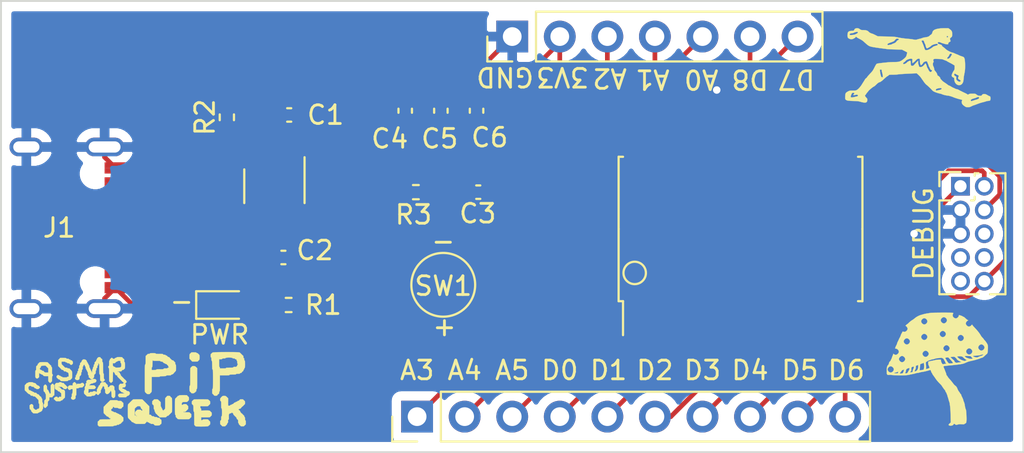
<source format=kicad_pcb>
(kicad_pcb (version 20171130) (host pcbnew 5.1.9+dfsg1-1)
  (layers (0 F.Cu signal) (31 B.Cu power hide) (34 B.Paste user hide) (35 F.Paste user hide) (36 B.SilkS user) (37 F.SilkS user) (38 B.Mask user hide) (39 F.Mask user) (44 Edge.Cuts user))
  (net 0 "")
  (net 1 GND)
  (net 2 VDD)
  (net 3 +3V3)
  (net 4 RST)
  (net 5 "Net-(D1-Pad2)")
  (net 6 D1)
  (net 7 D0)
  (net 8 A5)
  (net 9 A4)
  (net 10 A3)
  (net 11 A2)
  (net 12 A1)
  (net 13 A0)
  (net 14 D8)
  (net 15 D7)
  (net 16 D6)
  (net 17 D5)
  (net 18 D4)
  (net 19 D3)
  (net 20 D2)
  (net 21 "Net-(J4-Pad9)")
  (net 22 "Net-(J4-Pad8)")
  (net 23 "Net-(J4-Pad7)")
  (net 24 "Net-(J4-Pad6)")
  (net 25 SWCLK)
  (net 26 SWDIO)
  (net 27 "Net-(R2-Pad1)")
  (net 28 "Net-(U1-Pad4)")
  (net 29 "Net-(J1-PadB5)")
  (net 30 "Net-(J1-PadA8)")
  (net 31 "Net-(J1-PadB6)")
  (net 32 "Net-(J1-PadA7)")
  (net 33 "Net-(J1-PadA6)")
  (net 34 "Net-(J1-PadB7)")
  (net 35 "Net-(J1-PadA5)")
  (net 36 "Net-(J1-PadB8)")
  (module ASMR_footprints:USB_C_Receptacle_GCT_USB4105 (layer F.Cu) (at 77.4065 58.4835 270)
    (fp_text reference J1 (at 0 0) (layer F.SilkS))
    (fp_text value USB_C_Receptacle_PWR_Only)
    (pad B1 smd rect (at 3.35 -3 270) (size 0.3 1.15) (layers F.Cu F.Paste F.Mask) (net 1 GND))
    (pad B4 smd rect (at 2.55 -3 270) (size 0.3 1.15) (layers F.Cu F.Paste F.Mask) (net 2 VDD))
    (pad B12 smd rect (at -3.05 -3 270) (size 0.3 1.15) (layers F.Cu) (net 1 GND))
    (pad B9 smd rect (at -2.25 -3 270) (size 0.3 1.15) (layers F.Cu) (net 2 VDD))
    (pad "" np_thru_hole oval (at 2.89 -1.925 270) (size 0.65 0.65) (drill oval 0.65) (layers *.Cu *.Mask))
    (pad "" np_thru_hole oval (at -2.89 -1.925 270) (size 0.65 0.65) (drill oval 0.65) (layers *.Cu *.Mask))
    (pad S1 thru_hole oval (at 4.32 1.755 270) (size 1 1.8) (drill oval 0.6 1.4) (layers *.Cu *.Mask B.Paste) (net 1 GND))
    (pad S1 thru_hole oval (at -4.32 1.755 270) (size 1 1.8) (drill oval 0.6 1.4) (layers *.Cu *.Mask B.Paste) (net 1 GND))
    (pad S1 thru_hole oval (at -4.32 -2.425 270) (size 1 2.1) (drill oval 0.6 1.7) (layers *.Cu *.Mask F.Paste) (net 1 GND))
    (pad S1 thru_hole oval (at 4.32 -2.425 270) (size 1 2.1) (drill oval 0.6 1.7) (layers *.Cu *.Mask F.Paste) (net 1 GND))
    (pad B5 smd rect (at 1.75 -3 270) (size 0.3 1.15) (layers F.Cu F.Paste F.Mask) (net 29 "Net-(J1-PadB5)"))
    (pad A8 smd rect (at 1.25 -3 270) (size 0.3 1.15) (layers F.Cu F.Paste F.Mask) (net 30 "Net-(J1-PadA8)"))
    (pad B6 smd rect (at 0.75 -3 270) (size 0.3 1.15) (layers F.Cu F.Paste F.Mask) (net 31 "Net-(J1-PadB6)"))
    (pad A7 smd rect (at 0.25 -3 270) (size 0.3 1.15) (layers F.Cu F.Paste F.Mask) (net 32 "Net-(J1-PadA7)"))
    (pad A6 smd rect (at -0.25 -3 270) (size 0.3 1.15) (layers F.Cu F.Paste F.Mask) (net 33 "Net-(J1-PadA6)"))
    (pad B7 smd rect (at -0.75 -3 270) (size 0.3 1.15) (layers F.Cu F.Paste F.Mask) (net 34 "Net-(J1-PadB7)"))
    (pad A5 smd rect (at -1.25 -3 270) (size 0.3 1.15) (layers F.Cu F.Paste F.Mask) (net 35 "Net-(J1-PadA5)"))
    (pad B8 smd rect (at -1.75 -3 270) (size 0.3 1.15) (layers F.Cu F.Paste F.Mask) (net 36 "Net-(J1-PadB8)"))
    (pad A12 smd rect (at 3.05 -3 270) (size 0.3 1.15) (layers F.Cu F.Paste F.Mask) (net 1 GND))
    (pad A9 smd rect (at 2.25 -3 270) (size 0.3 1.15) (layers F.Cu F.Paste F.Mask) (net 2 VDD))
    (pad A4 smd rect (at -2.55 -3 270) (size 0.3 1.15) (layers F.Cu F.Paste F.Mask) (net 2 VDD))
    (pad A1 smd rect (at -3.35 -3 270) (size 0.3 1.15) (layers F.Cu F.Paste F.Mask) (net 1 GND))
  )
  (module ASMR_footprints:SilkScreen_Champion (layer F.Cu) (at 122.936 49.9745)
    (fp_text reference G*** hide)
    (fp_text value LOGO hide)
  )
  (module ASMR_footprints:SilkScreen_Mushroom (layer F.Cu) (at 124.5235 65.913)
    (fp_text reference G*** hide)
    (fp_text value LOGO hide)
  )
  (module ASMR_footprints:Logo_samd10_pipsqueek (layer F.Cu) (at 81.4705 67.1195)
    (fp_text reference G*** hide)
    (fp_text value LOGO hide)
  )
  (module Connector_PinHeader_1.27mm:PinHeader_2x05_P1.27mm_Vertical (layer F.Cu) (at 125.5395 56.261)
    (fp_text reference J4 hide)
    (fp_text value Conn_ARM_JTAG_SWD_10)
    (pad 10 thru_hole oval (at 1.27 5.08) (size 1 1) (drill 0.65) (layers *.Cu *.Mask) (net 4 RST))
    (pad 9 thru_hole oval (at 0 5.08) (size 1 1) (drill 0.65) (layers *.Cu *.Mask) (net 21 "Net-(J4-Pad9)"))
    (pad 8 thru_hole oval (at 1.27 3.81) (size 1 1) (drill 0.65) (layers *.Cu *.Mask) (net 22 "Net-(J4-Pad8)"))
    (pad 7 thru_hole oval (at 0 3.81) (size 1 1) (drill 0.65) (layers *.Cu *.Mask) (net 23 "Net-(J4-Pad7)"))
    (pad 6 thru_hole oval (at 1.27 2.54) (size 1 1) (drill 0.65) (layers *.Cu *.Mask) (net 24 "Net-(J4-Pad6)"))
    (pad 5 thru_hole oval (at 0 2.54) (size 1 1) (drill 0.65) (layers *.Cu *.Mask) (net 1 GND))
    (pad 4 thru_hole oval (at 1.27 1.27) (size 1 1) (drill 0.65) (layers *.Cu *.Mask) (net 25 SWCLK))
    (pad 3 thru_hole oval (at 0 1.27) (size 1 1) (drill 0.65) (layers *.Cu *.Mask) (net 1 GND))
    (pad 2 thru_hole oval (at 1.27 0) (size 1 1) (drill 0.65) (layers *.Cu *.Mask) (net 26 SWDIO))
    (pad 1 thru_hole rect (at 0 0) (size 1 1) (drill 0.65) (layers *.Cu *.Mask) (net 3 +3V3))
  )
  (module Connector_PinHeader_2.54mm:PinHeader_1x07_P2.54mm_Vertical (layer F.Cu) (at 101.6 48.26 90)
    (fp_text reference J3 hide)
    (fp_text value Conn_01x07_Male)
    (pad 7 thru_hole oval (at 0 15.24 90) (size 1.7 1.7) (drill 1) (layers *.Cu *.Mask) (net 15 D7))
    (pad 6 thru_hole oval (at 0 12.7 90) (size 1.7 1.7) (drill 1) (layers *.Cu *.Mask) (net 14 D8))
    (pad 5 thru_hole oval (at 0 10.16 90) (size 1.7 1.7) (drill 1) (layers *.Cu *.Mask) (net 13 A0))
    (pad 4 thru_hole oval (at 0 7.62 90) (size 1.7 1.7) (drill 1) (layers *.Cu *.Mask) (net 12 A1))
    (pad 3 thru_hole oval (at 0 5.08 90) (size 1.7 1.7) (drill 1) (layers *.Cu *.Mask) (net 11 A2))
    (pad 2 thru_hole oval (at 0 2.54 90) (size 1.7 1.7) (drill 1) (layers *.Cu *.Mask) (net 3 +3V3))
    (pad 1 thru_hole rect (at 0 0 90) (size 1.7 1.7) (drill 1) (layers *.Cu *.Mask) (net 1 GND))
  )
  (module Connector_PinHeader_2.54mm:PinHeader_1x10_P2.54mm_Vertical (layer F.Cu) (at 96.52 68.58 90)
    (fp_text reference J2 hide)
    (fp_text value Conn_01x10_Male)
    (pad 10 thru_hole oval (at 0 22.86 90) (size 1.7 1.7) (drill 1) (layers *.Cu *.Mask) (net 16 D6))
    (pad 9 thru_hole oval (at 0 20.32 90) (size 1.7 1.7) (drill 1) (layers *.Cu *.Mask) (net 17 D5))
    (pad 8 thru_hole oval (at 0 17.78 90) (size 1.7 1.7) (drill 1) (layers *.Cu *.Mask) (net 18 D4))
    (pad 7 thru_hole oval (at 0 15.24 90) (size 1.7 1.7) (drill 1) (layers *.Cu *.Mask) (net 19 D3))
    (pad 6 thru_hole oval (at 0 12.7 90) (size 1.7 1.7) (drill 1) (layers *.Cu *.Mask) (net 20 D2))
    (pad 5 thru_hole oval (at 0 10.16 90) (size 1.7 1.7) (drill 1) (layers *.Cu *.Mask) (net 6 D1))
    (pad 4 thru_hole oval (at 0 7.62 90) (size 1.7 1.7) (drill 1) (layers *.Cu *.Mask) (net 7 D0))
    (pad 3 thru_hole oval (at 0 5.08 90) (size 1.7 1.7) (drill 1) (layers *.Cu *.Mask) (net 8 A5))
    (pad 2 thru_hole oval (at 0 2.54 90) (size 1.7 1.7) (drill 1) (layers *.Cu *.Mask) (net 9 A4))
    (pad 1 thru_hole rect (at 0 0 90) (size 1.7 1.7) (drill 1) (layers *.Cu *.Mask) (net 10 A3))
  )
  (module Package_TO_SOT_SMD:SOT-23-5 (layer F.Cu) (at 88.9 56.261 270)
    (fp_text reference U1 hide)
    (fp_text value NJM2866F)
    (pad 5 smd rect (at 1.1 -0.95 270) (size 1.06 0.65) (layers F.Cu F.Paste F.Mask) (net 3 +3V3))
    (pad 4 smd rect (at 1.1 0.95 270) (size 1.06 0.65) (layers F.Cu F.Paste F.Mask) (net 28 "Net-(U1-Pad4)"))
    (pad 3 smd rect (at -1.1 0.95 270) (size 1.06 0.65) (layers F.Cu F.Paste F.Mask) (net 27 "Net-(R2-Pad1)"))
    (pad 2 smd rect (at -1.1 0 270) (size 1.06 0.65) (layers F.Cu F.Paste F.Mask) (net 1 GND))
    (pad 1 smd rect (at -1.1 -0.95 270) (size 1.06 0.65) (layers F.Cu F.Paste F.Mask) (net 2 VDD))
  )
  (module Package_SO:SOIC-20W_7.5x12.8mm_P1.27mm (layer F.Cu) (at 113.792 58.547 90)
    (fp_text reference U2 hide)
    (fp_text value ATSAMD10D13A-SS)
    (pad 20 smd roundrect (at 4.65 -5.715 90) (size 2.05 0.6) (layers F.Cu F.Paste F.Mask) (net 11 A2))
    (pad 19 smd roundrect (at 4.65 -4.445 90) (size 2.05 0.6) (layers F.Cu F.Paste F.Mask) (net 12 A1))
    (pad 18 smd roundrect (at 4.65 -3.175 90) (size 2.05 0.6) (layers F.Cu F.Paste F.Mask) (net 13 A0))
    (pad 17 smd roundrect (at 4.65 -1.905 90) (size 2.05 0.6) (layers F.Cu F.Paste F.Mask) (net 3 +3V3))
    (pad 16 smd roundrect (at 4.65 -0.635 90) (size 2.05 0.6) (layers F.Cu F.Paste F.Mask) (net 1 GND))
    (pad 15 smd roundrect (at 4.65 0.635 90) (size 2.05 0.6) (layers F.Cu F.Paste F.Mask) (net 14 D8))
    (pad 14 smd roundrect (at 4.65 1.905 90) (size 2.05 0.6) (layers F.Cu F.Paste F.Mask) (net 15 D7))
    (pad 13 smd roundrect (at 4.65 3.175 90) (size 2.05 0.6) (layers F.Cu F.Paste F.Mask) (net 26 SWDIO))
    (pad 12 smd roundrect (at 4.65 4.445 90) (size 2.05 0.6) (layers F.Cu F.Paste F.Mask) (net 25 SWCLK))
    (pad 11 smd roundrect (at 4.65 5.715 90) (size 2.05 0.6) (layers F.Cu F.Paste F.Mask) (net 4 RST))
    (pad 10 smd roundrect (at -4.65 5.715 90) (size 2.05 0.6) (layers F.Cu F.Paste F.Mask) (net 16 D6))
    (pad 9 smd roundrect (at -4.65 4.445 90) (size 2.05 0.6) (layers F.Cu F.Paste F.Mask) (net 17 D5))
    (pad 8 smd roundrect (at -4.65 3.175 90) (size 2.05 0.6) (layers F.Cu F.Paste F.Mask) (net 18 D4))
    (pad 7 smd roundrect (at -4.65 1.905 90) (size 2.05 0.6) (layers F.Cu F.Paste F.Mask) (net 19 D3))
    (pad 6 smd roundrect (at -4.65 0.635 90) (size 2.05 0.6) (layers F.Cu F.Paste F.Mask) (net 20 D2))
    (pad 5 smd roundrect (at -4.65 -0.635 90) (size 2.05 0.6) (layers F.Cu F.Paste F.Mask) (net 6 D1))
    (pad 4 smd roundrect (at -4.65 -1.905 90) (size 2.05 0.6) (layers F.Cu F.Paste F.Mask) (net 7 D0))
    (pad 3 smd roundrect (at -4.65 -3.175 90) (size 2.05 0.6) (layers F.Cu F.Paste F.Mask) (net 8 A5))
    (pad 2 smd roundrect (at -4.65 -4.445 90) (size 2.05 0.6) (layers F.Cu F.Paste F.Mask) (net 9 A4))
    (pad 1 smd roundrect (at -4.65 -5.715 90) (size 2.05 0.6) (layers F.Cu F.Paste F.Mask) (net 10 A3))
  )
  (module ASMR_footprints:SW_Push_TL3305 (layer F.Cu) (at 97.917 61.7855 180)
    (fp_text reference SW1 (at 0 0.1905) (layer F.SilkS))
    (fp_text value SW_SPST)
    (pad 2 smd rect (at 3.56 1.74 180) (size 1.6 1.4) (layers F.Cu F.Paste F.Mask) (net 1 GND))
    (pad 2 smd rect (at -3.64 1.74 180) (size 1.6 1.4) (layers F.Cu F.Paste F.Mask) (net 1 GND))
    (pad 1 smd rect (at 3.56 -1.26 180) (size 1.6 1.4) (layers F.Cu F.Paste F.Mask) (net 4 RST))
    (pad 1 smd rect (at -3.64 -1.26 180) (size 1.6 1.4) (layers F.Cu F.Paste F.Mask) (net 4 RST))
  )
  (module Resistor_SMD:R_0402_1005Metric (layer F.Cu) (at 96.4545 56.5785)
    (fp_text reference R3 (at -0.125 1.2065) (layer F.SilkS))
    (fp_text value 4.7K)
    (pad 2 smd roundrect (at 0.51 0) (size 0.54 0.64) (layers F.Cu F.Paste F.Mask) (net 4 RST))
    (pad 1 smd roundrect (at -0.51 0) (size 0.54 0.64) (layers F.Cu F.Paste F.Mask) (net 3 +3V3))
  )
  (module Resistor_SMD:R_0402_1005Metric (layer F.Cu) (at 86.36 52.576 90)
    (fp_text reference R2 (at 0 -1.17 90) (layer F.SilkS))
    (fp_text value 10K)
    (pad 2 smd roundrect (at 0.51 0 90) (size 0.54 0.64) (layers F.Cu F.Paste F.Mask) (net 2 VDD))
    (pad 1 smd roundrect (at -0.51 0 90) (size 0.54 0.64) (layers F.Cu F.Paste F.Mask) (net 27 "Net-(R2-Pad1)"))
  )
  (module Resistor_SMD:R_0402_1005Metric (layer F.Cu) (at 89.66 62.611 180)
    (fp_text reference R1 (at -1.8435 0) (layer F.SilkS))
    (fp_text value 100)
    (pad 2 smd roundrect (at 0.51 0 180) (size 0.54 0.64) (layers F.Cu F.Paste F.Mask) (net 5 "Net-(D1-Pad2)"))
    (pad 1 smd roundrect (at -0.51 0 180) (size 0.54 0.64) (layers F.Cu F.Paste F.Mask) (net 3 +3V3))
  )
  (module LED_SMD:LED_0603_1608Metric (layer F.Cu) (at 86.2075 62.611)
    (fp_text reference D1 hide)
    (fp_text value LED)
    (pad 2 smd roundrect (at 0.7875 0) (size 0.875 0.95) (layers F.Cu F.Paste F.Mask) (net 5 "Net-(D1-Pad2)"))
    (pad 1 smd roundrect (at -0.7875 0) (size 0.875 0.95) (layers F.Cu F.Paste F.Mask) (net 1 GND))
  )
  (module Capacitor_SMD:C_0402_1005Metric (layer F.Cu) (at 99.695 52.225 90)
    (fp_text reference C6 (at -1.4325 0.6985 180) (layer F.SilkS))
    (fp_text value 0.1uF)
    (pad 2 smd roundrect (at 0.48 0 90) (size 0.56 0.62) (layers F.Cu F.Paste F.Mask) (net 1 GND))
    (pad 1 smd roundrect (at -0.48 0 90) (size 0.56 0.62) (layers F.Cu F.Paste F.Mask) (net 3 +3V3))
  )
  (module Capacitor_SMD:C_0402_1005Metric (layer F.Cu) (at 97.79 52.225 90)
    (fp_text reference C5 (at -1.496 -0.0635 180) (layer F.SilkS))
    (fp_text value 0.1uF)
    (pad 2 smd roundrect (at 0.48 0 90) (size 0.56 0.62) (layers F.Cu F.Paste F.Mask) (net 1 GND))
    (pad 1 smd roundrect (at -0.48 0 90) (size 0.56 0.62) (layers F.Cu F.Paste F.Mask) (net 3 +3V3))
  )
  (module Capacitor_SMD:C_0402_1005Metric (layer F.Cu) (at 95.885 52.225 90)
    (fp_text reference C4 (at -1.496 -0.8255 180) (layer F.SilkS))
    (fp_text value 1uF)
    (pad 2 smd roundrect (at 0.48 0 90) (size 0.56 0.62) (layers F.Cu F.Paste F.Mask) (net 1 GND))
    (pad 1 smd roundrect (at -0.48 0 90) (size 0.56 0.62) (layers F.Cu F.Paste F.Mask) (net 3 +3V3))
  )
  (module Capacitor_SMD:C_0402_1005Metric (layer F.Cu) (at 99.7865 56.5785)
    (fp_text reference C3 (at -0.028 1.143) (layer F.SilkS))
    (fp_text value 0.1uF)
    (pad 2 smd roundrect (at 0.48 0) (size 0.56 0.62) (layers F.Cu F.Paste F.Mask) (net 1 GND))
    (pad 1 smd roundrect (at -0.48 0) (size 0.56 0.62) (layers F.Cu F.Paste F.Mask) (net 4 RST))
  )
  (module Capacitor_SMD:C_0402_1005Metric (layer F.Cu) (at 89.38 60.071 180)
    (fp_text reference C2 (at -1.679 0.381) (layer F.SilkS))
    (fp_text value 1.0uF)
    (pad 2 smd roundrect (at 0.48 0 180) (size 0.56 0.62) (layers F.Cu F.Paste F.Mask) (net 1 GND))
    (pad 1 smd roundrect (at -0.48 0 180) (size 0.56 0.62) (layers F.Cu F.Paste F.Mask) (net 3 +3V3))
  )
  (module Capacitor_SMD:C_0402_1005Metric (layer F.Cu) (at 89.69 52.451 180)
    (fp_text reference C1 (at -1.9405 0) (layer F.SilkS))
    (fp_text value 0.1uF)
    (pad 2 smd roundrect (at 0.48 0 180) (size 0.56 0.62) (layers F.Cu F.Paste F.Mask) (net 1 GND))
    (pad 1 smd roundrect (at -0.48 0 180) (size 0.56 0.62) (layers F.Cu F.Paste F.Mask) (net 2 VDD))
  )
  (gr_text DEBUG (at 123.571 58.801 90) (layer F.SilkS) (effects (font (size 1 1))))
  (gr_text D7 (at 116.7765 50.546 180) (layer F.SilkS) (effects (font (size 1 1))))
  (gr_text D8 (at 114.3 50.546 180) (layer F.SilkS) (effects (font (size 1 1))))
  (gr_text A0 (at 111.6965 50.546 180) (layer F.SilkS) (effects (font (size 1 1))))
  (gr_text A1 (at 109.093 50.546 180) (layer F.SilkS) (effects (font (size 1 1))))
  (gr_text A2 (at 106.807 50.4825 180) (layer F.SilkS) (effects (font (size 1 1))))
  (gr_text 3V3 (at 104.267 50.419 180) (layer F.SilkS) (effects (font (size 1 1))))
  (gr_text GND (at 101.219 50.419 180) (layer F.SilkS) (effects (font (size 1 1))))
  (gr_text D6 (at 119.4435 66.1035) (layer F.SilkS) (effects (font (size 1 1))))
  (gr_text D5 (at 116.967 66.1035) (layer F.SilkS) (effects (font (size 1 1))))
  (gr_text D4 (at 114.3 66.1035) (layer F.SilkS) (effects (font (size 1 1))))
  (gr_text D3 (at 111.76 66.1035) (layer F.SilkS) (effects (font (size 1 1))))
  (gr_text D2 (at 109.22 66.1035) (layer F.SilkS) (effects (font (size 1 1))))
  (gr_text D1 (at 106.7435 66.1035) (layer F.SilkS) (effects (font (size 1 1))))
  (gr_text D0 (at 104.14 66.1035) (layer F.SilkS) (effects (font (size 1 1))))
  (gr_text A5 (at 101.6 66.1035) (layer F.SilkS) (effects (font (size 1 1))))
  (gr_text A4 (at 99.06 66.1035) (layer F.SilkS) (effects (font (size 1 1))))
  (gr_text A3 (at 96.52 66.1035) (layer F.SilkS) (effects (font (size 1 1))))
  (gr_circle (center 108.1405 60.8965) (end 108.6485 60.579) (layer F.SilkS) (width 0.12))
  (gr_text PWR (at 85.979 64.1985) (layer F.SilkS) (effects (font (size 1 1))))
  (gr_text - (at 83.947 62.5475 180) (layer F.SilkS) (effects (font (size 1 1))))
  (gr_text - (at 97.917 59.182) (layer F.SilkS) (effects (font (size 1 1))))
  (gr_text + (at 97.9805 63.754) (layer F.SilkS) (effects (font (size 1 1))))
  (gr_circle (center 97.917 61.5315) (end 99.441 60.7695) (layer F.SilkS) (width 0.12))
  (gr_line (start 128.905 46.355) (end 128.905 70.485) (layer Edge.Cuts) (width 0.1))
  (gr_line (start 74.295 46.355) (end 128.905 46.355) (layer Edge.Cuts) (width 0.1))
  (gr_line (start 74.295 70.485) (end 74.295 46.355) (layer Edge.Cuts) (width 0.1))
  (gr_line (start 128.905 70.485) (end 74.295 70.485) (layer Edge.Cuts) (width 0.1))
  (segment (start 75.6515 54.1635) (end 79.8315 54.1635) (width 0.25) (layer F.Cu) (net 1))
  (segment (start 79.8315 54.7085) (end 80.4065 55.2835) (width 0.25) (layer F.Cu) (net 1))
  (segment (start 79.8315 54.1635) (end 79.8315 54.7085) (width 0.25) (layer F.Cu) (net 1))
  (segment (start 75.6515 62.8035) (end 79.8315 62.8035) (width 0.25) (layer F.Cu) (net 1))
  (segment (start 79.8315 62.2585) (end 80.4065 61.6835) (width 0.25) (layer F.Cu) (net 1))
  (segment (start 79.8315 62.8035) (end 79.8315 62.2585) (width 0.25) (layer F.Cu) (net 1))
  (segment (start 87.96 60.071) (end 88.9 60.071) (width 0.25) (layer F.Cu) (net 1))
  (segment (start 85.42 62.611) (end 87.96 60.071) (width 0.25) (layer F.Cu) (net 1))
  (segment (start 88.9 60.071) (end 88.9 55.161) (width 0.25) (layer F.Cu) (net 1))
  (segment (start 88.9 52.761) (end 89.21 52.451) (width 0.25) (layer F.Cu) (net 1))
  (segment (start 88.9 55.161) (end 88.9 52.761) (width 0.25) (layer F.Cu) (net 1))
  (segment (start 75.6515 62.8035) (end 75.6515 54.1635) (width 0.25) (layer F.Cu) (net 1))
  (segment (start 88.975001 56.016001) (end 91.606373 56.016001) (width 0.25) (layer F.Cu) (net 1))
  (segment (start 88.9 55.941) (end 88.975001 56.016001) (width 0.25) (layer F.Cu) (net 1))
  (segment (start 88.9 55.161) (end 88.9 55.941) (width 0.25) (layer F.Cu) (net 1))
  (segment (start 95.885 51.745) (end 97.79 51.745) (width 0.25) (layer F.Cu) (net 1))
  (segment (start 97.79 51.745) (end 99.695 51.745) (width 0.25) (layer F.Cu) (net 1))
  (segment (start 99.695 50.165) (end 101.6 48.26) (width 0.25) (layer F.Cu) (net 1))
  (segment (start 99.695 51.745) (end 99.695 50.165) (width 0.25) (layer F.Cu) (net 1))
  (segment (start 100.2665 56.5785) (end 100.2665 58.755) (width 0.25) (layer F.Cu) (net 1))
  (segment (start 100.2665 58.755) (end 101.557 60.0455) (width 0.25) (layer F.Cu) (net 1))
  (segment (start 125.5395 57.531) (end 125.5395 58.801) (width 0.25) (layer F.Cu) (net 1))
  (via (at 123.063 58.801) (size 0.8) (drill 0.4) (layers F.Cu B.Cu) (net 1))
  (segment (start 125.5395 58.801) (end 123.063 58.801) (width 0.25) (layer F.Cu) (net 1))
  (via (at 112.522 51.1175) (size 0.8) (drill 0.4) (layers F.Cu B.Cu) (net 1))
  (segment (start 113.157 51.7525) (end 112.522 51.1175) (width 0.25) (layer F.Cu) (net 1))
  (segment (start 113.157 53.897) (end 113.157 51.7525) (width 0.25) (layer F.Cu) (net 1))
  (segment (start 101.557 60.0455) (end 94.357 60.0455) (width 0.25) (layer F.Cu) (net 1))
  (segment (start 90.99149 63.41101) (end 94.357 60.0455) (width 0.25) (layer F.Cu) (net 1))
  (segment (start 80.4065 61.6835) (end 82.13401 63.41101) (width 0.25) (layer F.Cu) (net 1))
  (segment (start 85.42 63.39802) (end 85.43299 63.41101) (width 0.25) (layer F.Cu) (net 1))
  (segment (start 85.42 62.611) (end 85.42 63.39802) (width 0.25) (layer F.Cu) (net 1))
  (segment (start 85.43299 63.41101) (end 90.99149 63.41101) (width 0.25) (layer F.Cu) (net 1))
  (segment (start 82.13401 63.41101) (end 85.43299 63.41101) (width 0.25) (layer F.Cu) (net 1))
  (segment (start 84.4925 61.6835) (end 85.42 62.611) (width 0.25) (layer F.Cu) (net 1))
  (segment (start 80.4065 61.6835) (end 84.4925 61.6835) (width 0.25) (layer F.Cu) (net 1))
  (segment (start 95.877374 51.745) (end 95.885 51.745) (width 0.25) (layer F.Cu) (net 1))
  (segment (start 91.606373 56.016001) (end 95.877374 51.745) (width 0.25) (layer F.Cu) (net 1))
  (segment (start 86.36 52.105) (end 86.36 52.066) (width 0.25) (layer F.Cu) (net 2))
  (segment (start 90.17 52.141) (end 90.17 52.451) (width 0.25) (layer F.Cu) (net 2))
  (segment (start 89.84499 51.81599) (end 90.17 52.141) (width 0.25) (layer F.Cu) (net 2))
  (segment (start 88.877384 51.81599) (end 89.84499 51.81599) (width 0.25) (layer F.Cu) (net 2))
  (segment (start 88.627374 52.066) (end 88.877384 51.81599) (width 0.25) (layer F.Cu) (net 2))
  (segment (start 86.36 52.066) (end 88.627374 52.066) (width 0.25) (layer F.Cu) (net 2))
  (segment (start 89.85 52.771) (end 90.17 52.451) (width 0.25) (layer F.Cu) (net 2))
  (segment (start 89.85 55.161) (end 89.85 52.771) (width 0.25) (layer F.Cu) (net 2))
  (segment (start 80.4065 61.0335) (end 80.4065 60.7335) (width 0.25) (layer F.Cu) (net 2))
  (segment (start 80.4065 56.2335) (end 80.4065 55.9335) (width 0.25) (layer F.Cu) (net 2))
  (segment (start 80.4065 60.7335) (end 81.951 60.7335) (width 0.25) (layer F.Cu) (net 2))
  (segment (start 81.951 60.7335) (end 82.804 59.8805) (width 0.25) (layer F.Cu) (net 2))
  (segment (start 82.804 59.8805) (end 82.804 57.15) (width 0.25) (layer F.Cu) (net 2))
  (segment (start 81.8875 56.2335) (end 80.4065 56.2335) (width 0.25) (layer F.Cu) (net 2))
  (segment (start 82.804 57.15) (end 81.8875 56.2335) (width 0.25) (layer F.Cu) (net 2))
  (segment (start 82.1925 56.2335) (end 86.36 52.066) (width 0.25) (layer F.Cu) (net 2))
  (segment (start 81.8875 56.2335) (end 82.1925 56.2335) (width 0.25) (layer F.Cu) (net 2))
  (segment (start 90.17 60.381) (end 89.86 60.071) (width 0.25) (layer F.Cu) (net 3))
  (segment (start 90.17 62.611) (end 90.17 60.381) (width 0.25) (layer F.Cu) (net 3))
  (segment (start 89.86 57.371) (end 89.85 57.361) (width 0.25) (layer F.Cu) (net 3))
  (segment (start 89.86 60.071) (end 89.86 57.371) (width 0.25) (layer F.Cu) (net 3))
  (segment (start 95.885 52.705) (end 97.79 52.705) (width 0.25) (layer F.Cu) (net 3))
  (segment (start 97.79 52.705) (end 99.695 52.705) (width 0.25) (layer F.Cu) (net 3))
  (segment (start 111.887 54.323768) (end 111.887 53.897) (width 0.25) (layer F.Cu) (net 3))
  (segment (start 110.963758 55.24701) (end 111.887 54.323768) (width 0.25) (layer F.Cu) (net 3))
  (segment (start 107.730242 55.24701) (end 110.963758 55.24701) (width 0.25) (layer F.Cu) (net 3))
  (segment (start 104.14 51.656768) (end 107.730242 55.24701) (width 0.25) (layer F.Cu) (net 3))
  (segment (start 104.14 48.26) (end 104.14 51.656768) (width 0.25) (layer F.Cu) (net 3))
  (segment (start 95.9445 52.7645) (end 95.885 52.705) (width 0.25) (layer F.Cu) (net 3))
  (segment (start 95.9445 56.5785) (end 95.9445 52.7645) (width 0.25) (layer F.Cu) (net 3))
  (segment (start 89.85 57.361) (end 95.162 57.361) (width 0.25) (layer F.Cu) (net 3))
  (segment (start 95.162 57.361) (end 95.9445 56.5785) (width 0.25) (layer F.Cu) (net 3))
  (segment (start 104.14 48.57) (end 104.14 48.26) (width 0.25) (layer F.Cu) (net 3))
  (segment (start 100.005 52.705) (end 104.14 48.57) (width 0.25) (layer F.Cu) (net 3))
  (segment (start 99.695 52.705) (end 100.005 52.705) (width 0.25) (layer F.Cu) (net 3))
  (segment (start 124.64499 57.15551) (end 125.5395 56.261) (width 0.25) (layer F.Cu) (net 3))
  (segment (start 114.12051 57.15551) (end 124.64499 57.15551) (width 0.25) (layer F.Cu) (net 3))
  (segment (start 111.887 54.922) (end 114.12051 57.15551) (width 0.25) (layer F.Cu) (net 3))
  (segment (start 111.887 53.897) (end 111.887 54.922) (width 0.25) (layer F.Cu) (net 3))
  (segment (start 96.9645 56.5785) (end 99.3065 56.5785) (width 0.25) (layer F.Cu) (net 4))
  (segment (start 94.357 63.0455) (end 101.557 63.0455) (width 0.25) (layer F.Cu) (net 4))
  (segment (start 126.425426 53.897) (end 119.507 53.897) (width 0.25) (layer F.Cu) (net 4))
  (segment (start 128.08451 55.556084) (end 126.425426 53.897) (width 0.25) (layer F.Cu) (net 4))
  (segment (start 128.084511 60.065989) (end 128.08451 55.556084) (width 0.25) (layer F.Cu) (net 4))
  (segment (start 126.8095 61.341) (end 128.084511 60.065989) (width 0.25) (layer F.Cu) (net 4))
  (segment (start 125.984499 62.166001) (end 121.665501 62.166001) (width 0.25) (layer F.Cu) (net 4))
  (segment (start 126.8095 61.341) (end 125.984499 62.166001) (width 0.25) (layer F.Cu) (net 4))
  (segment (start 121.665501 62.166001) (end 120.2055 60.706) (width 0.25) (layer F.Cu) (net 4))
  (segment (start 103.8965 60.706) (end 101.557 63.0455) (width 0.25) (layer F.Cu) (net 4))
  (segment (start 120.2055 60.706) (end 103.8965 60.706) (width 0.25) (layer F.Cu) (net 4))
  (segment (start 99.3065 56.2685) (end 99.3065 56.5785) (width 0.25) (layer F.Cu) (net 4))
  (segment (start 99.63151 55.94349) (end 99.3065 56.2685) (width 0.25) (layer F.Cu) (net 4))
  (segment (start 100.599116 55.94349) (end 99.63151 55.94349) (width 0.25) (layer F.Cu) (net 4))
  (segment (start 103.8965 59.240874) (end 100.599116 55.94349) (width 0.25) (layer F.Cu) (net 4))
  (segment (start 103.8965 60.706) (end 103.8965 59.240874) (width 0.25) (layer F.Cu) (net 4))
  (segment (start 86.995 62.611) (end 89.15 62.611) (width 0.25) (layer F.Cu) (net 5))
  (segment (start 106.68 68.58) (end 108.6485 66.6115) (width 0.25) (layer F.Cu) (net 6))
  (segment (start 113.157 64.222) (end 113.157 63.197) (width 0.25) (layer F.Cu) (net 6))
  (segment (start 110.7675 66.6115) (end 113.157 64.222) (width 0.25) (layer F.Cu) (net 6))
  (segment (start 108.6485 66.6115) (end 110.7675 66.6115) (width 0.25) (layer F.Cu) (net 6))
  (segment (start 111.887 63.62841) (end 111.887 63.197) (width 0.25) (layer F.Cu) (net 7))
  (segment (start 108.66997 65.44703) (end 110.068381 65.447029) (width 0.25) (layer F.Cu) (net 7))
  (segment (start 107.11899 66.99801) (end 108.66997 65.44703) (width 0.25) (layer F.Cu) (net 7))
  (segment (start 105.72199 66.99801) (end 107.11899 66.99801) (width 0.25) (layer F.Cu) (net 7))
  (segment (start 110.068381 65.447029) (end 111.887 63.62841) (width 0.25) (layer F.Cu) (net 7))
  (segment (start 104.14 68.58) (end 105.72199 66.99801) (width 0.25) (layer F.Cu) (net 7))
  (segment (start 101.6 68.58) (end 103.632 66.548) (width 0.25) (layer F.Cu) (net 8))
  (segment (start 103.632 66.548) (end 106.68 66.548) (width 0.25) (layer F.Cu) (net 8))
  (segment (start 108.23098 64.99702) (end 109.88198 64.99702) (width 0.25) (layer F.Cu) (net 8))
  (segment (start 106.68 66.548) (end 108.23098 64.99702) (width 0.25) (layer F.Cu) (net 8))
  (segment (start 110.617 64.262) (end 110.617 63.197) (width 0.25) (layer F.Cu) (net 8))
  (segment (start 109.88198 64.99702) (end 110.617 64.262) (width 0.25) (layer F.Cu) (net 8))
  (segment (start 99.06 68.58) (end 101.6635 65.9765) (width 0.25) (layer F.Cu) (net 9))
  (segment (start 109.02199 64.54701) (end 109.347 64.222) (width 0.25) (layer F.Cu) (net 9))
  (segment (start 107.53658 64.54701) (end 109.02199 64.54701) (width 0.25) (layer F.Cu) (net 9))
  (segment (start 106.10709 65.9765) (end 107.53658 64.54701) (width 0.25) (layer F.Cu) (net 9))
  (segment (start 109.347 64.222) (end 109.347 63.197) (width 0.25) (layer F.Cu) (net 9))
  (segment (start 101.6635 65.9765) (end 106.10709 65.9765) (width 0.25) (layer F.Cu) (net 9))
  (segment (start 105.81101 65.46299) (end 108.077 63.197) (width 0.25) (layer F.Cu) (net 10))
  (segment (start 99.63701 65.46299) (end 105.81101 65.46299) (width 0.25) (layer F.Cu) (net 10))
  (segment (start 96.52 68.58) (end 99.63701 65.46299) (width 0.25) (layer F.Cu) (net 10))
  (segment (start 106.68 52.5) (end 108.077 53.897) (width 0.25) (layer F.Cu) (net 11))
  (segment (start 106.68 48.26) (end 106.68 52.5) (width 0.25) (layer F.Cu) (net 11))
  (segment (start 109.22 53.77) (end 109.347 53.897) (width 0.25) (layer F.Cu) (net 12))
  (segment (start 109.22 48.26) (end 109.22 53.77) (width 0.25) (layer F.Cu) (net 12))
  (segment (start 110.617 49.403) (end 110.617 53.897) (width 0.25) (layer F.Cu) (net 13))
  (segment (start 111.76 48.26) (end 110.617 49.403) (width 0.25) (layer F.Cu) (net 13))
  (segment (start 114.3 53.77) (end 114.427 53.897) (width 0.25) (layer F.Cu) (net 14))
  (segment (start 114.3 48.26) (end 114.3 53.77) (width 0.25) (layer F.Cu) (net 14))
  (segment (start 115.697 49.403) (end 116.84 48.26) (width 0.25) (layer F.Cu) (net 15))
  (segment (start 115.697 53.897) (end 115.697 49.403) (width 0.25) (layer F.Cu) (net 15))
  (segment (start 119.38 63.324) (end 119.507 63.197) (width 0.25) (layer F.Cu) (net 16))
  (segment (start 119.38 68.58) (end 119.38 63.324) (width 0.25) (layer F.Cu) (net 16))
  (segment (start 118.237 67.183) (end 118.237 63.197) (width 0.25) (layer F.Cu) (net 17))
  (segment (start 116.84 68.58) (end 118.237 67.183) (width 0.25) (layer F.Cu) (net 17))
  (segment (start 116.967 65.913) (end 116.967 63.197) (width 0.25) (layer F.Cu) (net 18))
  (segment (start 114.3 68.58) (end 116.967 65.913) (width 0.25) (layer F.Cu) (net 18))
  (segment (start 115.697 64.643) (end 115.697 63.197) (width 0.25) (layer F.Cu) (net 19))
  (segment (start 111.76 68.58) (end 115.697 64.643) (width 0.25) (layer F.Cu) (net 19))
  (segment (start 110.069 68.58) (end 114.427 64.222) (width 0.25) (layer F.Cu) (net 20))
  (segment (start 114.427 64.222) (end 114.427 63.197) (width 0.25) (layer F.Cu) (net 20))
  (segment (start 109.22 68.58) (end 110.069 68.58) (width 0.25) (layer F.Cu) (net 20))
  (segment (start 123.69659 56.007) (end 119.322 56.007) (width 0.25) (layer F.Cu) (net 25))
  (segment (start 124.7176 54.98599) (end 123.69659 56.007) (width 0.25) (layer F.Cu) (net 25))
  (segment (start 126.878006 54.98599) (end 124.7176 54.98599) (width 0.25) (layer F.Cu) (net 25))
  (segment (start 118.237 54.922) (end 118.237 53.897) (width 0.25) (layer F.Cu) (net 25))
  (segment (start 127.634501 55.742485) (end 126.878006 54.98599) (width 0.25) (layer F.Cu) (net 25))
  (segment (start 119.322 56.007) (end 118.237 54.922) (width 0.25) (layer F.Cu) (net 25))
  (segment (start 127.634501 56.705999) (end 127.634501 55.742485) (width 0.25) (layer F.Cu) (net 25))
  (segment (start 126.8095 57.531) (end 127.634501 56.705999) (width 0.25) (layer F.Cu) (net 25))
  (segment (start 126.691605 55.435999) (end 124.904001 55.435999) (width 0.25) (layer F.Cu) (net 26))
  (segment (start 126.8095 55.553894) (end 126.691605 55.435999) (width 0.25) (layer F.Cu) (net 26))
  (segment (start 126.8095 56.261) (end 126.8095 55.553894) (width 0.25) (layer F.Cu) (net 26))
  (segment (start 124.904001 55.435999) (end 123.6345 56.7055) (width 0.25) (layer F.Cu) (net 26))
  (segment (start 116.967 54.922) (end 116.967 53.897) (width 0.25) (layer F.Cu) (net 26))
  (segment (start 118.7505 56.7055) (end 116.967 54.922) (width 0.25) (layer F.Cu) (net 26))
  (segment (start 123.6345 56.7055) (end 118.7505 56.7055) (width 0.25) (layer F.Cu) (net 26))
  (segment (start 87.95 54.676) (end 86.36 53.086) (width 0.25) (layer F.Cu) (net 27))
  (segment (start 87.95 55.161) (end 87.95 54.676) (width 0.25) (layer F.Cu) (net 27))
  (zone (net 1) (net_name GND) (layer B.Cu) (connect_pads (clearance 0.508)) (min_thickness 0.254) (fill yes (arc_segments 32) (thermal_gap 0.508) (thermal_bridge_width 0.508))
    (polygon (pts (xy 128.905 70.485) (xy 74.295 70.485) (xy 74.295 46.355) (xy 128.905 46.355)))
  )
  (zone (net 1) (net_name GND) (layer B.Cu) (connect_pads (clearance 0.508)) (min_thickness 0.254) (fill yes (arc_segments 32) (thermal_gap 0.508) (thermal_bridge_width 0.508))
    (polygon (pts (xy 128.905 70.485) (xy 74.295 70.485) (xy 74.295 46.355) (xy 128.905 46.355)))
  )
)
</source>
